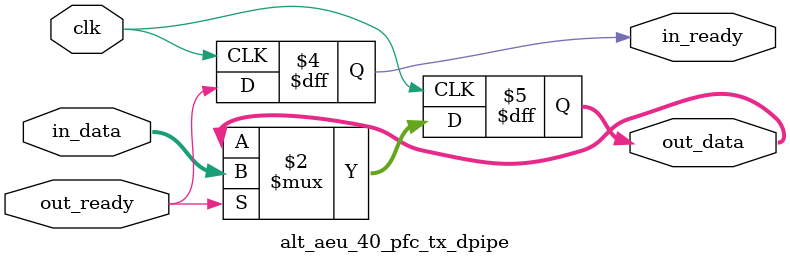
<source format=v>



`timescale 1 ps / 1 ps
module alt_aeu_40_pfc_tx_dpipe #(
   parameter WIDTH = 524 //+5+6+1
)(
   input clk,
   input out_ready,
   output reg in_ready,
   input [WIDTH-1:0] in_data,
   output reg [WIDTH-1:0] out_data
);

always@(posedge clk) begin
   if (out_ready) out_data <= in_data;
   in_ready <= out_ready;
end

endmodule

</source>
